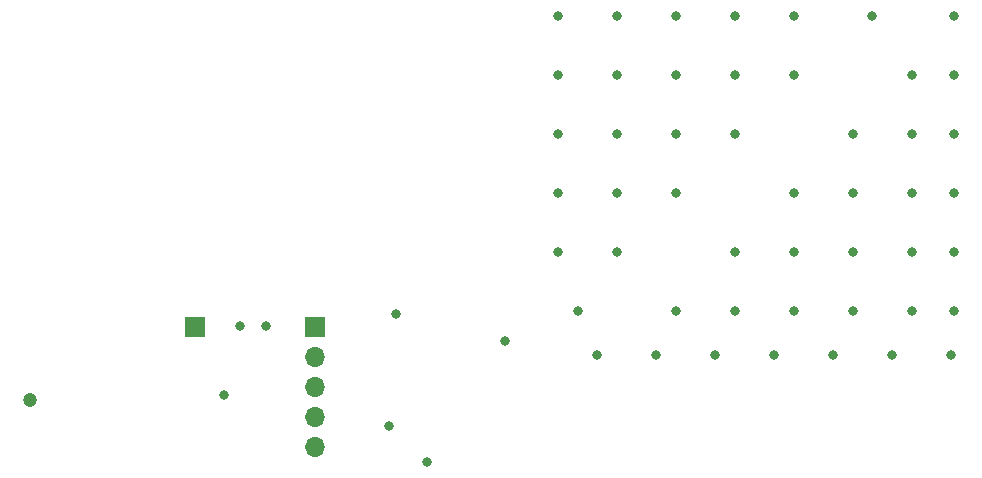
<source format=gbr>
G04 #@! TF.GenerationSoftware,KiCad,Pcbnew,(5.1.5-0-10_14)*
G04 #@! TF.CreationDate,2020-08-04T22:07:34-06:00*
G04 #@! TF.ProjectId,business_card_v1,62757369-6e65-4737-935f-636172645f76,rev?*
G04 #@! TF.SameCoordinates,Original*
G04 #@! TF.FileFunction,Copper,L10,Inr*
G04 #@! TF.FilePolarity,Positive*
%FSLAX46Y46*%
G04 Gerber Fmt 4.6, Leading zero omitted, Abs format (unit mm)*
G04 Created by KiCad (PCBNEW (5.1.5-0-10_14)) date 2020-08-04 22:07:34*
%MOMM*%
%LPD*%
G04 APERTURE LIST*
%ADD10R,1.700000X1.700000*%
%ADD11O,1.700000X1.700000*%
%ADD12C,1.200000*%
%ADD13C,0.800000*%
G04 APERTURE END LIST*
D10*
X126490000Y-110850000D03*
D11*
X136650000Y-121010000D03*
X136650000Y-118470000D03*
X136650000Y-115930000D03*
X136650000Y-113390000D03*
D10*
X136650000Y-110850000D03*
D12*
X112585500Y-117030500D03*
D13*
X142900000Y-119200000D03*
X146200000Y-122250000D03*
X130300000Y-110750000D03*
X132500000Y-110750000D03*
X143500000Y-109750000D03*
X128987000Y-116615000D03*
X190550000Y-113200000D03*
X185550000Y-113200000D03*
X180550000Y-113200000D03*
X175550000Y-113200000D03*
X170550000Y-113200000D03*
X165550000Y-113200000D03*
X160550000Y-113200000D03*
X152750000Y-112000000D03*
X183810000Y-84500000D03*
X167250000Y-84500000D03*
X172250000Y-84500000D03*
X177250000Y-84500000D03*
X157250000Y-84500000D03*
X162250000Y-84500000D03*
X190750000Y-84500000D03*
X190750000Y-109500000D03*
X187250000Y-109500000D03*
X182250000Y-109500000D03*
X177250000Y-109500000D03*
X172250000Y-109500000D03*
X167250000Y-109500000D03*
X158962500Y-109500000D03*
X190750000Y-104500000D03*
X157250000Y-104500000D03*
X162250000Y-104500000D03*
X187250000Y-104500000D03*
X182250000Y-104500000D03*
X177250000Y-104500000D03*
X172250000Y-104500000D03*
X190750000Y-99500000D03*
X157250000Y-99500000D03*
X162250000Y-99500000D03*
X167250000Y-99500000D03*
X187250000Y-99500000D03*
X182250000Y-99500000D03*
X177250000Y-99500000D03*
X187250000Y-94500000D03*
X190750000Y-94500000D03*
X157250000Y-94500000D03*
X162250000Y-94500000D03*
X167250000Y-94500000D03*
X172250000Y-94500000D03*
X182250000Y-94500000D03*
X187250000Y-89500000D03*
X190750000Y-89500000D03*
X157250000Y-89500000D03*
X162250000Y-89500000D03*
X167250000Y-89500000D03*
X172250000Y-89500000D03*
X177250000Y-89500000D03*
M02*

</source>
